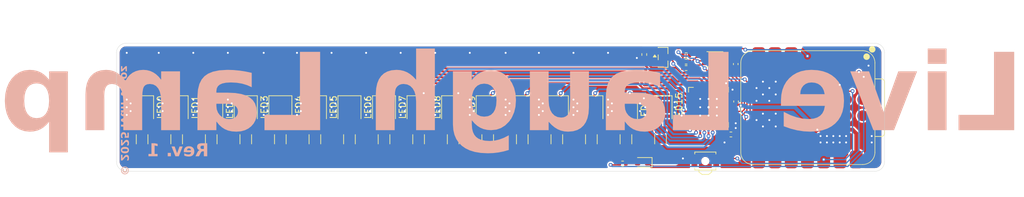
<source format=kicad_pcb>
(kicad_pcb (version 20241229) (generator "pcbnew") (generator_version "9.0")
  (title_block (title "Live Laugh Lamp PCBA") (date "2026-01-01") (rev "1") (company "Ivan Veloz"))
  (layers (0 "F.Cu" signal) (2 "B.Cu" signal) (13 "F.Paste" user) (15 "B.Paste" user) (5 "F.SilkS" user "F.Silkscreen") (7 "B.SilkS" user "B.Silkscreen") (1 "F.Mask" user) (3 "B.Mask" user) (25 "Edge.Cuts" user))
  (net 0 "")
  (net 1 "GND")
  (net 2 "+5V")
  (net 3 "+3.3V")
  (net 4 "/~{LED}")
  (net 5 "Net-(D1-A)")
  (net 6 "/SDA_5V")
  (net 7 "/SCL_5V")
  (net 8 "/SDA_3V3")
  (net 9 "/SCL_3V3")
  (net 10 "Net-(LED0-A)")
  (net 11 "/LED array/LED0")
  (net 12 "Net-(LED1-A)")
  (net 13 "/LED array/LED1")
  (net 14 "/LED array/LED2")
  (net 15 "Net-(LED2-A)")
  (net 16 "/LED array/LED3")
  (net 17 "Net-(LED3-A)")
  (net 18 "/LED array/LED4")
  (net 19 "Net-(LED4-A)")
  (net 20 "Net-(LED5-A)")
  (net 21 "/LED array/LED5")
  (net 22 "Net-(LED6-A)")
  (net 23 "/LED array/LED6")
  (net 24 "/LED array/LED7")
  (net 25 "Net-(LED7-A)")
  (net 26 "Net-(LED8-A)")
  (net 27 "/LED array/LED8")
  (net 28 "/LED array/LED9")
  (net 29 "Net-(LED9-A)")
  (net 30 "Net-(LED10-A)")
  (net 31 "/LED array/LED10")
  (net 32 "/LED array/LED11")
  (net 33 "Net-(LED11-A)")
  (net 34 "/LED array/LED12")
  (net 35 "Net-(LED12-A)")
  (net 36 "Net-(LED13-A)")
  (net 37 "/LED array/LED13")
  (net 38 "Net-(LED14-A)")
  (net 39 "/LED array/LED14")
  (net 40 "Net-(LED15-A)")
  (net 41 "/LED array/LED15")
  (net 42 "/~{OE_5V}")
  (net 43 "/OE_3V3")
  (net 44 "/~{PB}")
  (net 45 "Net-(U3-EN)")
  (footprint "Capacitor_SMD:C_0402_1005Metric" (layer "F.Cu") (at 196.8 109.1 -90)
    (property "Reference" "C1" (hide yes))
    (property "Value" "1µ")
  )
  (footprint "Resistor_SMD:R_0402_1005Metric" (layer "F.Cu") (at 179.075 118.8)
    (property "Reference" "R1" (hide yes))
    (property "Value" "1k82")
  )
  (footprint "Resistor_SMD:R_0402_1005Metric" (layer "F.Cu") (at 189 103.88)
    (property "Reference" "R17" (hide yes))
    (property "Value" "200k")
  )
  (footprint "LED_SMD:LED_Cree-XP-G" (layer "F.Cu") (at 152.6 110 -90)
    (property "Reference" "LED9")
    (property "Value" "LED")
  )
  (footprint "LED_SMD:LED_Cree-XP-G" (layer "F.Cu") (at 136.4 110 -90)
    (property "Reference" "LED6")
    (property "Value" "LED")
  )
  (footprint "LED_SMD:LED_Cree-XP-G" (layer "F.Cu") (at 109.4 110 -90)
    (property "Reference" "LED1")
    (property "Value" "LED")
  )
  (footprint "LED_SMD:LED_Cree-XP-G" (layer "F.Cu") (at 163.4 110 -90)
    (property "Reference" "LED11")
    (property "Value" "LED")
  )
  (footprint "LED_SMD:LED_Cree-XP-G" (layer "F.Cu") (at 179.6 110 -90)
    (property "Reference" "LED14")
    (property "Value" "LED")
  )
  (footprint "Package_SO:VSSOP-8_2.3x2mm_P0.5mm" (layer "F.Cu") (at 193.5 102.5 180)
    (property "Reference" "U3" (hide yes))
    (property "Value" "PCA9306D")
  )
  (footprint "Resistor_SMD:R_1206_3216Metric" (layer "F.Cu") (at 109.4 115 -90)
    (property "Reference" "RD1" (hide yes))
    (property "Value" "R_US")
  )
  (footprint "LibIvanVeloz:XIAO-ESP32C3-SMD" (layer "F.Cu") (at 208 110 -90)
    (property "Reference" "U1" (hide yes))
    (property "Value" "XIAO-ESP32-C3-SMD")
  )
  (footprint "Resistor_SMD:R_1206_3216Metric" (layer "F.Cu") (at 152.6 115 -90)
    (property "Reference" "RD9" (hide yes))
    (property "Value" "R_US")
  )
  (footprint "LED_SMD:LED_Cree-XP-G" (layer "F.Cu") (at 185 110 -90)
    (property "Reference" "LED15")
    (property "Value" "LED")
  )
  (footprint "LED_SMD:LED_Cree-XP-G" (layer "F.Cu") (at 114.8 110 -90)
    (property "Reference" "LED2")
    (property "Value" "LED")
  )
  (footprint "LED_SMD:LED_Cree-XP-G" (layer "F.Cu") (at 125.6 110 -90)
    (property "Reference" "LED4")
    (property "Value" "LED")
  )
  (footprint "Resistor_SMD:R_0402_1005Metric" (layer "F.Cu") (at 182.4625 101.76 -90)
    (property "Reference" "R21" (hide yes))
    (property "Value" "200k")
  )
  (footprint "Resistor_SMD:R_1206_3216Metric" (layer "F.Cu") (at 125.6 115 -90)
    (property "Reference" "RD4" (hide yes))
    (property "Value" "R_US")
  )
  (footprint "Resistor_SMD:R_0402_1005Metric" (layer "F.Cu") (at 196 114.25 180)
    (property "Reference" "R20" (hide yes))
    (property "Value" "200k")
  )
  (footprint "LED_SMD:LED_Cree-XP-G" (layer "F.Cu") (at 147.2 110 -90)
    (property "Reference" "LED8")
    (property "Value" "LED")
  )
  (footprint "LED_SMD:LED_Cree-XP-G" (layer "F.Cu") (at 104 110 -90)
    (property "Reference" "LED0")
    (property "Value" "LED")
  )
  (footprint "Package_DFN_QFN:QFN-28-1EP_6x6mm_P0.65mm_EP4.25x4.25mm" (layer "F.Cu") (at 192.5 110 -90)
    (property "Reference" "U2" (hide yes))
    (property "Value" "PCA9685BS")
  )
  (footprint "Resistor_SMD:R_1206_3216Metric" (layer "F.Cu") (at 185 115 -90)
    (property "Reference" "RD15" (hide yes))
    (property "Value" "R_US")
  )
  (footprint "LED_SMD:LED_0603_1608Metric" (layer "F.Cu") (at 182.2 118.6 180)
    (property "Reference" "D1" (hide yes))
    (property "Value" "LED")
  )
  (footprint "Resistor_SMD:R_0402_1005Metric" (layer "F.Cu") (at 189 101.88)
    (property "Reference" "R19" (hide yes))
    (property "Value" "1k82")
  )
  (footprint "Package_TO_SOT_SMD:SOT-23" (layer "F.Cu") (at 185.4 102.2)
    (property "Reference" "Q1" (hide yes))
    (property "Value" "BSS138")
  )
  (footprint "Resistor_SMD:R_1206_3216Metric" (layer "F.Cu") (at 163.4 115 -90)
    (property "Reference" "RD11" (hide yes))
    (property "Value" "R_US")
  )
  (footprint "Resistor_SMD:R_1206_3216Metric" (layer "F.Cu") (at 158 115 -90)
    (property "Reference" "RD10" (hide yes))
    (property "Value" "R_US")
  )
  (footprint "Resistor_SMD:R_0402_1005Metric" (layer "F.Cu") (at 189 102.88)
    (property "Reference" "R18" (hide yes))
    (property "Value" "1k82")
  )
  (footprint "Resistor_SMD:R_1206_3216Metric" (layer "F.Cu") (at 104 115 -90)
    (property "Reference" "RD0" (hide yes))
    (property "Value" "R_US")
  )
  (footprint "Resistor_SMD:R_1206_3216Metric" (layer "F.Cu") (at 179.6 115 -90)
    (property "Reference" "RD14" (hide yes))
    (property "Value" "R_US")
  )
  (footprint "LED_SMD:LED_Cree-XP-G" (layer "F.Cu") (at 120.2 110 -90)
    (property "Reference" "LED3")
    (property "Value" "LED")
  )
  (footprint "Resistor_SMD:R_1206_3216Metric" (layer "F.Cu") (at 147.2 115 -90)
    (property "Reference" "RD8" (hide yes))
    (property "Value" "R_US")
  )
  (footprint "Resistor_SMD:R_1206_3216Metric" (layer "F.Cu") (at 174.2 115 -90)
    (property "Reference" "RD13" (hide yes))
    (property "Value" "R_US")
  )
  (footprint "LED_SMD:LED_Cree-XP-G" (layer "F.Cu") (at 174.2 110 -90)
    (property "Reference" "LED13")
    (property "Value" "LED")
  )
  (footprint "Capacitor_SMD:C_0402_1005Metric" (layer "F.Cu") (at 196.75 103.25 90)
    (property "Reference" "C2" (hide yes))
    (property "Value" "1µ")
  )
  (footprint "Resistor_SMD:R_1206_3216Metric" (layer "F.Cu") (at 131 115 -90)
    (property "Reference" "RD5" (hide yes))
    (property "Value" "R_US")
  )
  (footprint "Button_Switch_SMD:SW_SPST_B3U-3000P-B" (layer "F.Cu") (at 192 118.4 180)
    (property "Reference" "SW1" (hide yes))
    (property "Value" "1437566-3")
  )
  (footprint "LED_SMD:LED_Cree-XP-G" (layer "F.Cu") (at 141.8 110 -90)
    (property "Reference" "LED7")
    (property "Value" "LED")
  )
  (footprint "LED_SMD:LED_Cree-XP-G" (layer "F.Cu") (at 158 110 -90)
    (property "Reference" "LED10")
    (property "Value" "LED")
  )
  (footprint "Resistor_SMD:R_1206_3216Metric" (layer "F.Cu") (at 168.8 115 -90)
    (property "Reference" "RD12" (hide yes))
    (property "Value" "R_US")
  )
  (footprint "Resistor_SMD:R_1206_3216Metric" (layer "F.Cu") (at 141.8 115 -90)
    (property "Reference" "RD7" (hide yes))
    (property "Value" "R_US")
  )
  (footprint "LED_SMD:LED_Cree-XP-G" (layer "F.Cu") (at 131 110 -90)
    (property "Reference" "LED5")
    (property "Value" "LED")
  )
  (footprint "Resistor_SMD:R_1206_3216Metric" (layer "F.Cu") (at 114.8 115 -90)
    (property "Reference" "RD2" (hide yes))
    (property "Value" "R_US")
  )
  (footprint "LED_SMD:LED_Cree-XP-G" (layer "F.Cu") (at 168.8 110 -90)
    (property "Reference" "LED12")
    (property "Value" "LED")
  )
  (footprint "Resistor_SMD:R_1206_3216Metric" (layer "F.Cu") (at 136.4 115 -90)
    (property "Reference" "RD6" (hide yes))
    (property "Value" "R_US")
  )
  (footprint "Resistor_SMD:R_1206_3216Metric" (layer "F.Cu") (at 120.2 115 -90)
    (property "Reference" "RD3" (hide yes))
    (property "Value" "R_US")
  )
  (gr_line (start 100 118.5) (end 100 101.5) (stroke (width 0.05)) (layer "Edge.Cuts"))
  (gr_arc (start 220 118.5) (mid 219.56066 119.56066) (end 218.5 120) (stroke (width 0.05)) (layer "Edge.Cuts"))
  (gr_arc (start 100 101.5) (mid 100.43934 100.43934) (end 101.5 100) (stroke (width 0.05)) (layer "Edge.Cuts"))
  (gr_arc (start 101.5 120) (mid 100.43934 119.56066) (end 100 118.5) (stroke (width 0.05)) (layer "Edge.Cuts"))
  (gr_arc (start 218.5 100) (mid 219.56066 100.43934) (end 220 101.5) (stroke (width 0.05)) (layer "Edge.Cuts"))
  (gr_line (start 218.5 120) (end 101.5 120) (stroke (width 0.05)) (layer "Edge.Cuts"))
  (gr_line (start 220 101.5) (end 220 118.5) (stroke (width 0.05)) (layer "Edge.Cuts"))
  (gr_line (start 101.5 100) (end 218.5 100) (stroke (width 0.05)) (layer "Edge.Cuts"))
  (gr_text "Live Laugh Lamp" (at 161.8 108.6 -0) (layer "B.SilkS") (effects (font (size 12 12) (thickness 0.3) (bold yes)) (justify mirror)))
  (gr_text "© 2025 Ivan Veloz" (at 100.5 103.5 270) (layer "B.SilkS") (effects (font (size 1.2 1.2) (thickness 0.25) (bold yes)) (justify right bottom mirror)))
  (gr_text "Rev. 1" (at 104.8 118 0) (layer "B.SilkS") (effects (font (size 2 2) (thickness 0.25) (bold yes)) (justify right bottom mirror)))
  (segment (start 182.7875 118.4) (end 183.5875 119.2) (width 0.2) (layer "F.Cu") (net 1))
  (segment (start 183.5875 119.2) (end 188.2 119.2) (width 0.2) (layer "F.Cu") (net 1))
  (segment (start 188.2 119.2) (end 188.5 118.9) (width 0.2) (layer "F.Cu") (net 1))
  (segment (start 188.5 118.9) (end 188.5 118) (width 0.2) (layer "F.Cu") (net 1))
  (segment (start 195.75 103.25) (end 196.23 103.73) (width 0.2) (layer "F.Cu") (net 1))
  (segment (start 194.9 103.25) (end 195.75 103.25) (width 0.2) (layer "F.Cu") (net 1))
  (segment (start 196.23 103.73) (end 196.75 103.73) (width 0.2) (layer "F.Cu") (net 1))
  (via (at 139 110) (size 0.6) (drill 0.3) (layers "F.Cu" "B.Cu") (net 1))
  (via (at 166 108.8) (size 0.6) (drill 0.3) (layers "F.Cu" "B.Cu") (net 1))
  (via (at 210 114.5) (size 0.6) (drill 0.3) (layers "F.Cu" "B.Cu") (net 1))
  (via (at 191.2 108.7) (size 0.6) (drill 0.3) (layers "F.Cu" "B.Cu") (net 1))
  (via (at 155.2 101.5) (size 0.6) (drill 0.3) (layers "F.Cu" "B.Cu") (net 1))
  (via (at 193.8 108.7) (size 0.6) (drill 0.3) (layers "F.Cu" "B.Cu") (net 1))
  (via (at 193.8 110) (size 0.6) (drill 0.3) (layers "F.Cu" "B.Cu") (net 1))
  (via (at 196.75 112.5) (size 0.6) (drill 0.3) (layers "F.Cu" "B.Cu") (net 1))
  (via (at 171.4 108.8) (size 0.6) (drill 0.3) (layers "F.Cu" "B.Cu") (net 1))
  (via (at 201 111) (size 0.6) (drill 0.3) (layers "F.Cu" "B.Cu") (net 1))
  (via (at 188.5 118) (size 0.6) (drill 0.3) (layers "F.Cu" "B.Cu") (net 1))
  (via (at 161.4 109.4) (size 0.6) (drill 0.3) (layers "F.Cu" "B.Cu") (net 1))
  (via (at 218 115.5) (size 0.6) (drill 0.3) (layers "F.Cu" "B.Cu") (net 1))
  (via (at 160.8 110) (size 0.6) (drill 0.3) (layers "F.Cu" "B.Cu") (net 1))
  (via (at 144.4 108.8) (size 0.6) (drill 0.3) (layers "F.Cu" "B.Cu") (net 1))
  (via (at 123 101.5) (size 0.6) (drill 0.3) (layers "F.Cu" "B.Cu") (net 1))
  (via (at 191.2 110) (size 0.6) (drill 0.3) (layers "F.Cu" "B.Cu") (net 1))
  (via (at 101.6 111.2) (size 0.6) (drill 0.3) (layers "F.Cu" "B.Cu") (net 1))
  (via (at 134.2 109.4) (size 0.6) (drill 0.3) (layers "F.Cu" "B.Cu") (net 1))
  (via (at 211 114.5) (size 0.6) (drill 0.3) (layers "F.Cu" "B.Cu") (net 1))
  (via (at 134.2 110.6) (size 0.6) (drill 0.3) (layers "F.Cu" "B.Cu") (net 1))
  (via (at 171.4 111.2) (size 0.6) (drill 0.3) (layers "F.Cu" "B.Cu") (net 1))
  (via (at 211 115.5) (size 0.6) (drill 0.3) (layers "F.Cu" "B.Cu") (net 1))
  (via (at 118 109.4) (size 0.6) (drill 0.3) (layers "F.Cu" "B.Cu") (net 1))
  (via (at 201 108) (size 0.6) (drill 0.3) (layers "F.Cu" "B.Cu") (net 1))
  (via (at 202 109) (size 0.6) (drill 0.3) (layers "F.Cu" "B.Cu") (net 1))
  (via (at 149.8 110) (size 0.6) (drill 0.3) (layers "F.Cu" "B.Cu") (net 1))
  (via (at 101.6 101.5) (size 0.6) (drill 0.3) (layers "F.Cu" "B.Cu") (net 1))
  (via (at 200 109) (size 0.6) (drill 0.3) (layers "F.Cu" "B.Cu") (net 1))
  (via (at 176.8 110) (size 0.6) (drill 0.3) (layers "F.Cu" "B.Cu") (net 1))
  (via (at 181.8 110.6) (size 0.6) (drill 0.3) (layers "F.Cu" "B.Cu") (net 1))
  (via (at 182.6 111.2) (size 0.6) (drill 0.3) (layers "F.Cu" "B.Cu") (net 1))
  (via (at 200 107) (size 0.6) (drill 0.3) (layers "F.Cu" "B.Cu") (net 1))
  (via (at 150.4 109.4) (size 0.6) (drill 0.3) (layers "F.Cu" "B.Cu") (net 1))
  (via (at 196.25 107.25) (size 0.6) (drill 0.3) (layers "F.Cu" "B.Cu") (net 1))
  (via (at 166 111.2) (size 0.6) (drill 0.3) (layers "F.Cu" "B.Cu") (net 1))
  (via (at 192.5 110) (size 0.6) (drill 0.3) (layers "F.Cu" "B.Cu") (net 1))
  (via (at 112 101.5) (size 0.6) (drill 0.3) (layers "F.Cu" "B.Cu") (net 1))
  (via (at 145 109.4) (size 0.6) (drill 0.3) (layers "F.Cu" "B.Cu") (net 1))
  (via (at 200 112) (size 0.6) (drill 0.3) (layers "F.Cu" "B.Cu") (net 1))
  (via (at 123.6 110.6) (size 0.6) (drill 0.3) (layers "F.Cu" "B.Cu") (net 1))
  (via (at 102.2 110.6) (size 0.6) (drill 0.3) (layers "F.Cu" "B.Cu") (net 1))
  (via (at 139 101.5) (size 0.6) (drill 0.3) (layers "F.Cu" "B.Cu") (net 1))
  (via (at 176.8 108.8) (size 0.6) (drill 0.3) (layers "F.Cu" "B.Cu") (net 1))
  (via (at 117.4 111.2) (size 0.6) (drill 0.3) (layers "F.Cu" "B.Cu") (net 1))
  (via (at 203 106) (size 0.6) (drill 0.3) (layers "F.Cu" "B.Cu") (net 1))
  (via (at 155.2 110) (size 0.6) (drill 0.3) (layers "F.Cu" "B.Cu") (net 1))
  (via (at 128.2 108.8) (size 0.6) (drill 0.3) (layers "F.Cu" "B.Cu") (net 1))
  (via (at 149.8 108.8) (size 0.6) (drill 0.3) (layers "F.Cu" "B.Cu") (net 1))
  (via (at 123.6 109.4) (size 0.6) (drill 0.3) (layers "F.Cu" "B.Cu") (net 1))
  (via (at 106.6 101.5) (size 0.6) (drill 0.3) (layers "F.Cu" "B.Cu") (net 1))
  (via (at 217.5 103.5) (size 0.6) (drill 0.3) (layers "F.Cu" "B.Cu") (net 1))
  (via (at 133.6 111.2) (size 0.6) (drill 0.3) (layers "F.Cu" "B.Cu") (net 1))
  (via (at 166.6 109.4) (size 0.6) (drill 0.3) (layers "F.Cu" "B.Cu") (net 1))
  (via (at 139.6 110.6) (size 0.6) (drill 0.3) (layers "F.Cu" "B.Cu") (net 1))
  (via (at 171.4 101.5) (size 0.6) (drill 0.3) (layers "F.Cu" "B.Cu") (net 1))
  (via (at 191.2 111.3) (size 0.6) (drill 0.3) (layers "F.Cu" "B.Cu") (net 1))
  (via (at 201 106) (size 0.6) (drill 0.3) (layers "F.Cu" "B.Cu") (net 1))
  (via (at 187.2 109.2) (size 0.6) (drill 0.3) (layers "F.Cu" "B.Cu") (net 1))
  (via (at 106.6 111.2) (size 0.6) (drill 0.3) (layers "F.Cu" "B.Cu") (net 1))
  (via (at 128.2 111.2) (size 0.6) (drill 0.3) (layers "F.Cu" "B.Cu") (net 1))
  (via (at 203 113) (size 0.6) (drill 0.3) (layers "F.Cu" "B.Cu") (net 1))
  (via (at 112 108.8) (size 0.6) (drill 0.3) (layers "F.Cu" "B.Cu") (net 1))
  (via (at 181.3 102.3) (size 0.6) (drill 0.3) (layers "F.Cu" "B.Cu") (net 1))
  (via (at 161.4 110.6) (size 0.6) (drill 0.3) (layers "F.Cu" "B.Cu") (net 1))
  (via (at 214 115.5) (size 0.6) (drill 0.3) (layers "F.Cu" "B.Cu") (net 1))
  (via (at 195 115.5) (size 0.6) (drill 0.3) (layers "F.Cu" "B.Cu") (net 1))
  (via (at 196.75 113.25) (size 0.6) (drill 0.3) (layers "F.Cu" "B.Cu") (net 1))
  (via (at 193.8 111.3) (size 0.6) (drill 0.3) (layers "F.Cu" "B.Cu") (net 1))
  (via (at 139 111.2) (size 0.6) (drill 0.3) (layers "F.Cu" "B.Cu") (net 1))
  (via (at 117.4 110) (size 0.6) (drill 0.3) (layers "F.Cu" "B.Cu") (net 1))
  (via (at 201 113) (size 0.6) (drill 0.3) (layers "F.Cu" "B.Cu") (net 1))
  (via (at 176.8 101.5) (size 0.6) (drill 0.3) (layers "F.Cu" "B.Cu") (net 1))
  (via (at 192.5 110) (size 0.6) (drill 0.3) (layers "F.Cu" "B.Cu") (net 1))
  (via (at 149.8 111.2) (size 0.6) (drill 0.3) (layers "F.Cu" "B.Cu") (net 1))
  (via (at 218 114.5) (size 0.6) (drill 0.3) (layers "F.Cu" "B.Cu") (net 1))
  (via (at 102.2 109.4) (size 0.6) (drill 0.3) (layers "F.Cu" "B.Cu") (net 1))
  (via (at 213 115.5) (size 0.6) (drill 0.3) (layers "F.Cu" "B.Cu") (net 1))
  (via (at 203 108) (size 0.6) (drill 0.3) (layers "F.Cu" "B.Cu") (net 1))
  (via (at 182.6 110) (size 0.6) (drill 0.3) (layers "F.Cu" "B.Cu") (net 1))
  (via (at 214 114.5) (size 0.6) (drill 0.3) (layers "F.Cu" "B.Cu") (net 1))
  (via (at 202 107) (size 0.6) (drill 0.3) (layers "F.Cu" "B.Cu") (net 1))
  (via (at 149.8 101.5) (size 0.6) (drill 0.3) (layers "F.Cu" "B.Cu") (net 1))
  (via (at 212 114.5) (size 0.6) (drill 0.3) (layers "F.Cu" "B.Cu") (net 1))
  (via (at 177.4 110.6) (size 0.6) (drill 0.3) (layers "F.Cu" "B.Cu") (net 1))
  (via (at 123 110) (size 0.6) (drill 0.3) (layers "F.Cu" "B.Cu") (net 1))
  (via (at 128.8 110.6) (size 0.6) (drill 0.3) (layers "F.Cu" "B.Cu") (net 1))
  (via (at 202 112) (size 0.6) (drill 0.3) (layers "F.Cu" "B.Cu") (net 1))
  (via (at 172 109.4) (size 0.6) (drill 0.3) (layers "F.Cu" "B.Cu") (net 1))
  (via (at 139.6 109.4) (size 0.6) (drill 0.3) (layers "F.Cu" "B.Cu") (net 1))
  (via (at 166 110) (size 0.6) (drill 0.3) (layers "F.Cu" "B.Cu") (net 1))
  (via (at 112.6 110.6) (size 0.6) (drill 0.3) (layers "F.Cu" "B.Cu") (net 1))
  (via (at 212 115.5) (size 0.6) (drill 0.3) (layers "F.Cu" "B.Cu") (net 1))
  (via (at 187.2 110.8) (size 0.6) (drill 0.3) (layers "F.Cu" "B.Cu") (net 1))
  (via (at 176.8 111.2) (size 0.6) (drill 0.3) (layers "F.Cu" "B.Cu") (net 1))
  (via (at 133.6 101.5) (size 0.6) (drill 0.3) (layers "F.Cu" "B.Cu") (net 1))
  (via (at 144.4 111.2) (size 0.6) (drill 0.3) (layers "F.Cu" "B.Cu") (net 1))
  (via (at 139 108.8) (size 0.6) (drill 0.3) (layers "F.Cu" "B.Cu") (net 1))
  (via (at 187.2 110) (size 0.6) (drill 0.3) (layers "F.Cu" "B.Cu") (net 1))
  (via (at 166 101.5) (size 0.6) (drill 0.3) (layers "F.Cu" "B.Cu") (net 1))
  (via (at 112.6 109.4) (size 0.6) (drill 0.3) (layers "F.Cu" "B.Cu") (net 1))
  (via (at 128.2 101.5) (size 0.6) (drill 0.3) (layers "F.Cu" "B.Cu") (net 1))
  (via (at 192.5 110) (size 0.6) (drill 0.3) (layers "F.Cu" "B.Cu") (net 1))
  (via (at 192.5 111.3) (size 0.6) (drill 0.3) (layers "F.Cu" "B.Cu") (net 1))
  (via (at 213 106.5) (size 0.6) (drill 0.3) (layers "F.Cu" "B.Cu") (net 1))
  (via (at 101.6 110) (size 0.6) (drill 0.3) (layers "F.Cu" "B.Cu") (net 1))
  (via (at 160.8 101.5) (size 0.6) (drill 0.3) (layers "F.Cu" "B.Cu") (net 1))
  (via (at 155.2 111.2) (size 0.6) (drill 0.3) (layers "F.Cu" "B.Cu") (net 1))
  (via (at 160.8 111.2) (size 0.6) (drill 0.3) (layers "F.Cu" "B.Cu") (net 1))
  (via (at 107.2 110.6) (size 0.6) (drill 0.3) (layers "F.Cu" "B.Cu") (net 1))
  (via (at 195.25 106.25) (size 0.6) (drill 0.3) (layers "F.Cu" "B.Cu") (net 1))
  (via (at 144.4 101.5) (size 0.6) (drill 0.3) (layers "F.Cu" "B.Cu") (net 1))
  (via (at 192.5 108.7) (size 0.6) (drill 0.3) (layers "F.Cu" "B.Cu") (net 1))
  (via (at 133.6 110) (size 0.6) (drill 0.3) (layers "F.Cu" "B.Cu") (net 1))
  (via (at 117.4 108.8) (size 0.6) (drill 0.3) (layers "F.Cu" "B.Cu") (net 1))
  (via (at 166.6 110.6) (size 0.6) (drill 0.3) (layers "F.Cu" "B.Cu") (net 1))
  (via (at 128.2 110) (size 0.6) (drill 0.3) (layers "F.Cu" "B.Cu") (net 1))
  (via (at 107.2 109.4) (size 0.6) (drill 0.3) (layers "F.Cu" "B.Cu") (net 1))
  (via (at 117.4 101.5) (size 0.6) (drill 0.3) (layers "F.Cu" "B.Cu") (net 1))
  (via (at 210 115.5) (size 0.6) (drill 0.3) (layers "F.Cu" "B.Cu") (net 1))
  (via (at 123 111.2) (size 0.6) (drill 0.3) (layers "F.Cu" "B.Cu") (net 1))
  (via (at 144.4 110) (size 0.6) (drill 0.3) (layers "F.Cu" "B.Cu") (net 1))
  (via (at 181.8 109.4) (size 0.6) (drill 0.3) (layers "F.Cu" "B.Cu") (net 1))
  (via (at 160.8 108.8) (size 0.6) (drill 0.3) (layers "F.Cu" "B.Cu") (net 1))
  (via (at 145 110.6) (size 0.6) (drill 0.3) (layers "F.Cu" "B.Cu") (net 1))
  (via (at 106.6 108.8) (size 0.6) (drill 0.3) (layers "F.Cu" "B.Cu") (net 1))
  (via (at 171.4 110) (size 0.6) (drill 0.3) (layers "F.Cu" "B.Cu") (net 1))
  (via (at 150.4 110.6) (size 0.6) (drill 0.3) (layers "F.Cu" "B.Cu") (net 1))
  (via (at 112 110) (size 0.6) (drill 0.3) (layers "F.Cu" "B.Cu") (net 1))
  (via (at 213 114.5) (size 0.6) (drill 0.3) (layers "F.Cu" "B.Cu") (net 1))
  (via (at 155.2 108.8) (size 0.6) (drill 0.3) (layers "F.Cu" "B.Cu") (net 1))
  (via (at 177.4 109.4) (size 0.6) (drill 0.3) (layers "F.Cu" "B.Cu") (net 1))
  (via (at 203 111) (size 0.6) (drill 0.3) (layers "F.Cu" "B.Cu") (net 1))
  (via (at 155.8 110.6) (size 0.6) (drill 0.3) (layers "F.Cu" "B.Cu") (net 1))
  (via (at 106.6 110) (size 0.6) (drill 0.3) (layers "F.Cu" "B.Cu") (net 1))
  (via (at 133.6 108.8) (size 0.6) (drill 0.3) (layers "F.Cu" "B.Cu") (net 1))
  (via (at 172 110.6) (size 0.6) (drill 0.3) (layers "F.Cu" "B.Cu") (net 1))
  (via (at 101.6 108.8) (size 0.6) (drill 0.3) (layers "F.Cu" "B.Cu") (net 1))
  (via (at 192.5 110) (size 0.6) (drill 0.3) (layers "F.Cu" "B.Cu") (net 1))
  (via (at 118 110.6) (size 0.6) (drill 0.3) (layers "F.Cu" "B.Cu") (net 1))
  (via (at 112 111.2) (size 0.6) (drill 0.3) (layers "F.Cu" "B.Cu") (net 1))
  (via (at 155.8 109.4) (size 0.6) (drill 0.3) (layers "F.Cu" "B.Cu") (net 1))
  (via (at 128.8 109.4) (size 0.6) (drill 0.3) (layers "F.Cu" "B.Cu") (net 1))
  (via (at 123 108.8) (size 0.6) (drill 0.3) (layers "F.Cu" "B.Cu") (net 1))
  (via (at 192.5 110) (size 0.6) (drill 0.3) (layers "F.Cu" "B.Cu") (net 1))
  (segment (start 192.1 102.75) (end 190.85 102.75) (width 0.2) (layer "F.Cu") (net 2))
  (segment (start 187.8 101.4) (end 188.28 101.88) (width 0.2) (layer "F.Cu") (net 2))
  (segment (start 195.3375 110) (end 196.38 110) (width 0.3) (layer "F.Cu") (net 2))
  (segment (start 197.539 109.711) (end 197.698 109.552) (width 0.2) (layer "F.Cu") (net 2))
  (segment (start 190.85 102.75) (end 190.8 102.8) (width 0.2) (layer "F.Cu") (net 2))
  (segment (start 196.38 110) (end 196.8 109.58) (width 0.3) (layer "F.Cu") (net 2))
  (segment (start 197.698 109.552) (end 197.698 107.448) (width 0.2) (layer "F.Cu") (net 2))
  (segment (start 209.5 113.5) (end 207.2 115.8) (width 0.6) (layer "F.Cu") (net 2))
  (segment (start 199.3 115.8) (end 198.6375 116.4625) (width 0.6) (layer "F.Cu") (net 2))
  (segment (start 198.25 111.65) (end 198.25 113.25) (width 0.2) (layer "F.Cu") (net 2))
  (segment (start 207.2 115.8) (end 199.3 115.8) (width 0.6) (layer "F.Cu") (net 2))
  (segment (start 209.5 113.5) (end 215 113.5) (width 0.6) (layer "F.Cu") (net 2))
  (segment (start 192.6 104.6) (end 191.9 103.9) (width 0.2) (layer "F.Cu") (net 2))
  (segment (start 198.25 113.25) (end 197.25 114.25) (width 0.2) (layer "F.Cu") (net 2))
  (segment (start 198.6375 116.4625) (end 185 116.4625) (width 0.6) (layer "F.Cu") (net 2))
  (segment (start 215 113.5) (end 215.58 114.08) (width 0.6) (layer "F.Cu") (net 2))
  (segment (start 197.539 109.75147) (end 197.539 109.711) (width 0.2) (layer "F.Cu") (net 2))
  (segment (start 198.4 111.5) (end 198.25 111.65) (width 0.2) (layer "F.Cu") (net 2))
  (segment (start 194.85 104.6) (end 192.6 104.6) (width 0.2) (layer "F.Cu") (net 2))
  (segment (start 188.49 101.88) (end 188.49 103.88) (width 0.2) (layer "F.Cu") (net 2))
  (segment (start 197.36753 109.58) (end 197.539 109.75147) (width 0.3) (layer "F.Cu") (net 2))
  (segment (start 196.8 109.58) (end 197.36753 109.58) (width 0.3) (layer "F.Cu") (net 2))
  (segment (start 197.25 114.25) (end 196.51 114.25) (width 0.2) (layer "F.Cu") (net 2))
  (segment (start 215.58 114.08) (end 215.58 118.165) (width 0.6) (layer "F.Cu") (net 2))
  (segment (start 188.28 101.88) (end 188.49 101.88) (width 0.2) (layer "F.Cu") (net 2))
  (segment (start 197.698 107.448) (end 194.85 104.6) (width 0.2) (layer "F.Cu") (net 2))
  (via (at 190.8 102.8) (size 0.6) (drill 0.3) (layers "F.Cu" "B.Cu") (net 2))
  (via (at 209.5 113.5) (size 0.6) (drill 0.3) (layers "F.Cu" "B.Cu") (net 2))
  (via (at 197.539 109.75147) (size 0.6) (drill 0.3) (layers "F.Cu" "B.Cu") (net 2))
  (via (at 191.9 103.9) (size 0.6) (drill 0.3) (layers "F.Cu" "B.Cu") (net 2))
  (via (at 198.4 111.5) (size 0.6) (drill 0.3) (layers "F.Cu" "B.Cu") (net 2))
  (via (at 187.8 101.4) (size 0.6) (drill 0.3) (layers "F.Cu" "B.Cu") (net 2))
  (segment (start 188.4 102) (end 189.25 102) (width 0.2) (layer "B.Cu") (net 2))
  (segment (start 197.5 109.79047) (end 197.539 109.75147) (width 0.2) (layer "B.Cu") (net 2))
  (segment (start 190.35 102.35) (end 190.8 102.8) (width 0.2) (layer "B.Cu") (net 2))
  (segment (start 189.6 102.35) (end 190.35 102.35) (width 0.2) (layer "B.Cu") (net 2))
  (segment (start 206 110) (end 198.4 110) (width 0.6) (layer "B.Cu") (net 2))
  (segment (start 197.5 110.6) (end 197.5 109.79047) (width 0.2) (layer "B.Cu") (net 2))
  (segment (start 191.9 103.9) (end 190.8 102.8) (width 0.2) (layer "B.Cu") (net 2))
  (segment (start 198.4 111.5) (end 197.5 110.6) (width 0.2) (layer "B.Cu") (net 2))
  (segment (start 198.15147 109.75147) (end 197.539 109.75147) (width 0.6) (layer "B.Cu") (net 2))
  (segment (start 209.5 113.5) (end 206 110) (width 0.6) (layer "B.Cu") (net 2))
  (segment (start 187.8 101.4) (end 188.4 102) (width 0.2) (layer "B.Cu") (net 2))
  (segment (start 189.25 102) (end 189.6 102.35) (width 0.2) (layer "B.Cu") (net 2))
  (segment (start 198.4 110) (end 198.15147 109.75147) (width 0.6) (layer "B.Cu") (net 2))
  (segment (start 204.03355 105.03355) (end 199.46645 105.03355) (width 0.2) (layer "F.Cu") (net 3))
  (segment (start 214.970803 107.5) (end 206.5 107.5) (width 0.2) (layer "F.Cu") (net 3))
  (segment (start 206.5 107.5) (end 204.03355 105.03355) (width 0.2) (layer "F.Cu") (net 3))
  (segment (start 199.46645 105.03355) (end 197.2029 102.77) (width 0.2) (layer "F.Cu") (net 3))
  (segment (start 197.2029 102.77) (end 196.75 102.77) (width 0.2) (layer "F.Cu") (net 3))
  (segment (start 215 107.470803) (end 214.970803 107.5) (width 0.2) (layer "F.Cu") (net 3))
  (segment (start 196.73 102.75) (end 196.75 102.77) (width 0.2) (layer "F.Cu") (net 3))
  (segment (start 194.9 102.75) (end 196.73 102.75) (width 0.2) (layer "F.Cu") (net 3))
  (via (at 210.5 118.165) (size 0.6) (drill 0.3) (layers "F.Cu" "B.Cu") (net 3))
  (via (at 215 107.470803) (size 0.6) (drill 0.3) (layers "F.Cu" "B.Cu") (net 3))
  (segment (start 213.835 118.165) (end 215 117) (width 0.2) (layer "B.Cu") (net 3))
  (segment (start 215 117) (end 215 107.470803) (width 0.2) (layer "B.Cu") (net 3))
  (segment (start 210.5 118.165) (end 213.835 118.165) (width 0.2) (layer "B.Cu") (net 3))
  (segment (start 210.5 102) (end 210.5 103) (width 0.2) (layer "F.Cu") (net 4))
  (segment (start 212.75 105.25) (end 216.75 105.25) (width 0.2) (layer "F.Cu") (net 4))
  (segment (start 210.5 103) (end 212.75 105.25) (width 0.2) (layer "F.Cu") (net 4))
  (segment (start 178.365 119) (end 178.565 118.8) (width 0.2) (layer "F.Cu") (net 4))
  (segment (start 177.2 119) (end 178.365 119) (width 0.2) (layer "F.Cu") (net 4))
  (via (at 177.2 119) (size 0.6) (drill 0.3) (layers "F.Cu" "B.Cu") (net 4))
  (via (at 216.75 105.25) (size 0.6) (drill 0.3) (layers "F.Cu" "B.Cu") (net 4))
  (segment (start 177.2 119) (end 177.45 119.25) (width 0.2) (layer "B.Cu") (net 4))
  (segment (start 177.45 119.25) (end 214.25 119.25) (width 0.2) (layer "B.Cu") (net 4))
  (segment (start 216.75 116.75) (end 216.75 105.25) (width 0.2) (layer "B.Cu") (net 4))
  (segment (start 214.25 119.25) (end 216.75 116.75) (width 0.2) (layer "B.Cu") (net 4))
  (segment (start 179.585 118.8) (end 181.2125 118.8) (width 0.2) (layer "F.Cu") (net 5))
  (segment (start 181.2125 118.8) (end 181.4125 118.6) (width 0.2) (layer "F.Cu") (net 5))
  (segment (start 193.026 101.999152) (end 192.776848 101.75) (width 0.2) (layer "F.Cu") (net 6))
  (segment (start 193.026 103.4431) (end 193.026 101.999152) (width 0.2) (layer "F.Cu") (net 6))
  (segment (start 189.64 101.75) (end 189.51 101.88) (width 0.2) (layer "F.Cu") (net 6))
  (segment (start 197.7829 110.65) (end 198.099 110.3339) (width 0.2) (layer "F.Cu") (net 6))
  (segment (start 193.7339 104.151) (end 193.026 103.4431) (width 0.2) (layer "F.Cu") (net 6))
  (segment (start 195.3375 110.65) (end 197.7829 110.65) (width 0.2) (layer "F.Cu") (net 6))
  (segment (start 195.0839 104.151) (end 193.7339 104.151) (width 0.2) (layer "F.Cu") (net 6))
  (segment (start 198.099 110.3339) (end 198.099 107.1661) (width 0.2) (layer "F.Cu") (net 6))
  (segment (start 192.1 101.75) (end 189.64 101.75) (width 0.2) (layer "F.Cu") (net 6))
  (segment (start 192.776848 101.75) (end 192.1 101.75) (width 0.2) (layer "F.Cu") (net 6))
  (segment (start 198.099 107.1661) (end 195.0839 104.151) (width 0.2) (layer "F.Cu") (net 6))
  (segment (start 189.14 102.88) (end 189.021 102.761) (width 0.2) (layer "F.Cu") (net 7))
  (segment (start 191.048943 102.199) (end 190.551057 102.199) (width 0.2) (layer "F.Cu") (net 7))
  (segment (start 189.326 101.274) (end 192.867948 101.274) (width 0.2) (layer "F.Cu") (net 7))
  (segment (start 190.551057 102.199) (end 189.870057 102.88) (width 0.2) (layer "F.Cu") (net 7))
  (segment (start 189.870057 102.88) (end 189.51 102.88) (width 0.2) (layer "F.Cu") (net 7))
  (segment (start 193.95 103.75) (end 195.25 103.75) (width 0.2) (layer "F.Cu") (net 7))
  (segment (start 189.51 102.88) (end 189.14 102.88) (width 0.2) (layer "F.Cu") (net 7))
  (segment (start 193.573 103.373) (end 193.95 103.75) (width 0.2) (layer "F.Cu") (net 7))
  (segment (start 189 101.6) (end 189 102.74) (width 0.16) (layer "F.Cu") (net 7))
  (segment (start 198.5 110.5) (end 197.7 111.3) (width 0.2) (layer "F.Cu") (net 7))
  (segment (start 197.7 111.3) (end 195.3375 111.3) (width 0.2) (layer "F.Cu") (net 7))
  (segment (start 193.573 101.979052) (end 193.573 103.373) (width 0.2) (layer "F.Cu") (net 7))
  (segment (start 192.867948 101.274) (end 193.573 101.979052) (width 0.2) (layer "F.Cu") (net 7))
  (segment (start 195.25 103.75) (end 198.5 107) (width 0.2) (layer "F.Cu") (net 7))
  (segment (start 192.1 102.25) (end 191.099943 102.25) (width 0.2) (layer "F.Cu") (net 7))
  (segment (start 198.5 107) (end 198.5 110.5) (width 0.2) (layer "F.Cu") (net 7))
  (segment (start 191.099943 102.25) (end 191.048943 102.199) (width 0.2) (layer "F.Cu") (net 7))
  (segment (start 189 101.6) (end 189.326 101.274) (width 0.2) (layer "F.Cu") (net 7))
  (segment (start 199.5 104.5) (end 204 104.5) (width 0.2) (layer "F.Cu") (net 8))
  (segment (start 196.75 101.75) (end 199.5 104.5) (width 0.2) (layer "F.Cu") (net 8))
  (segment (start 205.42 103.08) (end 205.42 102) (width 0.2) (layer "F.Cu") (net 8))
  (segment (start 204 104.5) (end 205.42 103.08) (width 0.2) (layer "F.Cu") (net 8))
  (segment (start 194.9 101.75) (end 196.75 101.75) (width 0.2) (layer "F.Cu") (net 8))
  (segment (start 194.199152 102.226) (end 193.974 102.000848) (width 0.2) (layer "F.Cu") (net 9))
  (segment (start 194.726 102.226) (end 194.199152 102.226) (width 0.2) (layer "F.Cu") (net 9))
  (segment (start 201.5 104) (end 202.88 102.62) (width 0.2) (layer "F.Cu") (net 9))
  (segment (start 199.75 104) (end 201.5 104) (width 0.2) (layer "F.Cu") (net 9))
  (segment (start 193.974 102.000848) (end 193.974 101.499152) (width 0.2) (layer "F.Cu") (net 9))
  (segment (start 202.88 102.62) (end 202.88 102) (width 0.2) (layer "F.Cu") (net 9))
  (segment (start 194.199152 101.274) (end 197.024 101.274) (width 0.2) (layer "F.Cu") (net 9))
  (segment (start 194.75 102.25) (end 194.726 102.226) (width 0.2) (layer "F.Cu") (net 9))
  (segment (start 194.9 102.25) (end 194.75 102.25) (width 0.2) (layer "F.Cu") (net 9))
  (segment (start 197.024 101.274) (end 199.75 104) (width 0.2) (layer "F.Cu") (net 9))
  (segment (start 193.974 101.499152) (end 194.199152 101.274) (width 0.2) (layer "F.Cu") (net 9))
  (segment (start 104 111.4) (end 104 113.5375) (width 0.5) (layer "F.Cu") (net 10))
  (segment (start 193.15 105.95) (end 191.8 104.6) (width 0.3) (layer "F.Cu") (net 11))
  (segment (start 109.6 103) (end 104 108.6) (width 0.3) (layer "F.Cu") (net 11))
  (segment (start 187.4 103.8) (end 187.389 103.811) (width 0.3) (layer "F.Cu") (net 11))
  (segment (start 182.789 103) (end 109.6 103) (width 0.3) (layer "F.Cu") (net 11))
  (segment (start 191.8 104.6) (end 188.2 104.6) (width 0.3) (layer "F.Cu") (net 11))
  (segment (start 188.2 104.6) (end 187.4 103.8) (width 0.3) (layer "F.Cu") (net 11))
  (segment (start 183.6 103.811) (end 182.789 103) (width 0.3) (layer "F.Cu") (net 11))
  (segment (start 187.389 103.811) (end 183.6 103.811) (width 0.3) (layer "F.Cu") (net 11))
  (segment (start 193.15 107.1625) (end 193.15 105.95) (width 0.3) (layer "F.Cu") (net 11))
  (segment (start 109.4 113.5375) (end 109.4 111.4) (width 0.5) (layer "F.Cu") (net 12))
  (segment (start 191.461 105.061) (end 188.009047 105.060999) (width 0.3) (layer "F.Cu") (net 13))
  (segment (start 183.409047 104.271999) (end 182.598048 103.461) (width 0.3) (layer "F.Cu") (net 13))
  (segment (start 187.220048 104.272) (end 183.409047 104.271999) (width 0.3) (layer "F.Cu") (net 13))
  (segment (start 192.5 106.1) (end 191.461 105.061) (width 0.3) (layer "F.Cu") (net 13))
  (segment (start 182.598048 103.461) (end 114.539 103.461) (width 0.3) (layer "F.Cu") (net 13))
  (segment (start 114.539 103.461) (end 109.4 108.6) (width 0.3) (layer "F.Cu") (net 13))
  (segment (start 188.009047 105.060999) (end 187.220048 104.272) (width 0.3) (layer "F.Cu") (net 13))
  (segment (start 192.5 107.1625) (end 192.5 106.1) (width 0.3) (layer "F.Cu") (net 13))
  (segment (start 183.218094 104.732998) (end 182.407096 103.922) (width 0.3) (layer "F.Cu") (net 14))
  (segment (start 191.85 107.1625) (end 191.85 106.25) (width 0.3) (layer "F.Cu") (net 14))
  (segment (start 191.85 106.25) (end 191.122 105.522) (width 0.3) (layer "F.Cu") (net 14))
  (segment (start 119.478 103.922) (end 114.8 108.6) (width 0.3) (layer "F.Cu") (net 14))
  (segment (start 187.029096 104.733) (end 183.218094 104.732998) (width 0.3) (layer "F.Cu") (net 14))
  (segment (start 182.407096 103.922) (end 119.478 103.922) (width 0.3) (layer "F.Cu") (net 14))
  (segment (start 187.818094 105.521998) (end 187.029096 104.733) (width 0.3) (layer "F.Cu") (net 14))
  (segment (start 191.122 105.522) (end 187.818094 105.521998) (width 0.3) (layer "F.Cu") (net 14))
  (segment (start 114.8 111.4) (end 114.8 113.5375) (width 0.5) (layer "F.Cu") (net 15))
  (segment (start 186.838144 105.194) (end 183.027141 105.193997) (width 0.3) (layer "F.Cu") (net 16))
  (segment (start 191.2 106.4) (end 190.783 105.983) (width 0.3) (layer "F.Cu") (net 16))
  (segment (start 183.027141 105.193997) (end 182.233144 104.4) (width 0.3) (layer "F.Cu") (net 16))
  (segment (start 124.4 104.4) (end 120.2 108.6) (width 0.3) (layer "F.Cu") (net 16))
  (segment (start 182.233144 104.4) (end 124.4 104.4) (width 0.3) (layer "F.Cu") (net 16))
  (segment (start 187.783 105.983) (end 187.782998 105.982998) (width 0.3) (layer "F.Cu") (net 16))
  (segment (start 187.627141 105.982997) (end 186.838144 105.194) (width 0.3) (layer "F.Cu") (net 16))
  (segment (start 187.782998 105.982998) (end 187.627141 105.982997) (width 0.3) (layer "F.Cu") (net 16))
  (segment (start 190.783 105.983) (end 187.783 105.983) (width 0.3) (layer "F.Cu") (net 16))
  (segment (start 191.2 107.1625) (end 191.2 106.4) (width 0.3) (layer "F.Cu") (net 16))
  (segment (start 120.2 113.5375) (end 120.2 111.4) (width 0.5) (layer "F.Cu") (net 17))
  (segment (start 187.592045 106.443997) (end 187.436186 106.443996) (width 0.3) (layer "F.Cu") (net 18))
  (segment (start 190.55 107.1625) (end 190.55 106.75) (width 0.3) (layer "F.Cu") (net 18))
  (segment (start 190.244 106.444) (end 187.592047 106.443999) (width 0.3) (layer "F.Cu") (net 18))
  (segment (start 182.836188 105.654996) (end 182.042192 104.861) (width 0.3) (layer "F.Cu") (net 18))
  (segment (start 187.592047 106.443999) (end 187.592045 106.443997) (width 0.3) (layer "F.Cu") (net 18))
  (segment (start 186.64719 105.655) (end 182.836188 105.654996) (width 0.3) (layer "F.Cu") (net 18))
  (segment (start 182.042192 104.861) (end 129.339 104.861) (width 0.3) (layer "F.Cu") (net 18))
  (segment (start 190.55 106.75) (end 190.244 106.444) (width 0.3) (layer "F.Cu") (net 18))
  (segment (start 187.436186 106.443996) (end 186.64719 105.655) (width 0.3) (layer "F.Cu") (net 18))
  (segment (start 129.339 104.861) (end 125.6 108.6) (width 0.3) (layer "F.Cu") (net 18))
  (segment (start 125.6 111.4) (end 125.6 113.5375) (width 0.5) (layer "F.Cu") (net 19))
  (segment (start 131 113.5375) (end 131 111.4) (width 0.5) (layer "F.Cu") (net 20))
  (segment (start 188 107) (end 187.340236 107) (width 0.3) (layer "F.Cu") (net 21))
  (segment (start 186.456236 106.116) (end 182.645235 106.115995) (width 0.3) (layer "F.Cu") (net 21))
  (segment (start 181.85124 105.322) (end 134.278 105.322) (width 0.3) (layer "F.Cu") (net 21))
  (segment (start 182.645235 106.115995) (end 181.85124 105.322) (width 0.3) (layer "F.Cu") (net 21))
  (segment (start 189.05 108.05) (end 188 107) (width 0.3) (layer "F.Cu") (net 21))
  (segment (start 134.278 105.322) (end 131 108.6) (width 0.3) (layer "F.Cu") (net 21))
  (segment (start 189.6625 108.05) (end 189.05 108.05) (width 0.3) (layer "F.Cu") (net 21))
  (segment (start 187.340236 107) (end 186.456236 106.116) (width 0.3) (layer "F.Cu") (net 21))
  (segment (start 136.4 113.5375) (end 136.4 111.4) (width 0.5) (layer "F.Cu") (net 22))
  (segment (start 189.048048 108.7) (end 187.809048 107.461) (width 0.3) (layer "F.Cu") (net 23))
  (segment (start 187.809048 107.461) (end 187.149283 107.460999) (width 0.3) (layer "F.Cu") (net 23))
  (segment (start 181.660288 105.783) (end 139.217 105.783) (width 0.3) (layer "F.Cu") (net 23))
  (segment (start 182.454282 106.576994) (end 181.660288 105.783) (width 0.3) (layer "F.Cu") (net 23))
  (segment (start 139.217 105.783) (end 136.4 108.6) (width 0.3) (layer "F.Cu") (net 23))
  (segment (start 187.149283 107.460999) (end 186.265282 106.577) (width 0.3) (layer "F.Cu") (net 23))
  (segment (start 186.265282 106.577) (end 182.454282 106.576994) (width 0.3) (layer "F.Cu") (net 23))
  (segment (start 189.6625 108.7) (end 189.048048 108.7) (width 0.3) (layer "F.Cu") (net 23))
  (segment (start 186.074328 107.037999) (end 182.263329 107.037993) (width 0.3) (layer "F.Cu") (net 24))
  (segment (start 182.263329 107.037993) (end 181.469336 106.244) (width 0.3) (layer "F.Cu") (net 24))
  (segment (start 181.469336 106.244) (end 144.156 106.244) (width 0.3) (layer "F.Cu") (net 24))
  (segment (start 189.6625 109.35) (end 189.046096 109.35) (width 0.3) (layer "F.Cu") (net 24))
  (segment (start 144.156 106.244) (end 141.8 108.6) (width 0.3) (layer "F.Cu") (net 24))
  (segment (start 189.046096 109.35) (end 187.618096 107.922) (width 0.3) (layer "F.Cu") (net 24))
  (segment (start 186.958328 107.921999) (end 186.074328 107.037999) (width 0.3) (layer "F.Cu") (net 24))
  (segment (start 187.618096 107.922) (end 186.958328 107.921999) (width 0.3) (layer "F.Cu") (net 24))
  (segment (start 141.8 111.4) (end 141.8 113.5375) (width 0.5) (layer "F.Cu") (net 25))
  (segment (start 147.2 113.5375) (end 147.2 111.4) (width 0.5) (layer "F.Cu") (net 26))
  (segment (start 148 107.8) (end 147.2 108.6) (width 0.3) (layer "F.Cu") (net 27))
  (segment (start 188.6 110.4) (end 188.85 110.65) (width 0.3) (layer "F.Cu") (net 27))
  (segment (start 188.85 110.65) (end 189.6625 110.65) (width 0.3) (layer "F.Cu") (net 27))
  (via (at 188.6 110.4) (size 0.6) (drill 0.3) (layers "F.Cu" "B.Cu") (net 27))
  (via (at 148 107.8) (size 0.6) (drill 0.3) (layers "F.Cu" "B.Cu") (net 27))
  (segment (start 185.4 104) (end 151.8 104) (width 0.3) (layer "B.Cu") (net 27))
  (segment (start 188.6 107.2) (end 185.4 104) (width 0.3) (layer "B.Cu") (net 27))
  (segment (start 188.6 110.4) (end 188.6 107.2) (width 0.3) (layer "B.Cu") (net 27))
  (segment (start 151.8 104) (end 148 107.8) (width 0.3) (layer "B.Cu") (net 27))
  (segment (start 153.4 107.8) (end 152.6 108.6) (width 0.3) (layer "F.Cu") (net 28))
  (segment (start 189.6625 111.3) (end 188.3 111.3) (width 0.3) (layer "F.Cu") (net 28))
  (via (at 153.4 107.8) (size 0.6) (drill 0.3) (layers "F.Cu" "B.Cu") (net 28))
  (via (at 188.3 111.3) (size 0.6) (drill 0.3) (layers "F.Cu" "B.Cu") (net 28))
  (segment (start 153.4 107.8) (end 156.6 104.6) (width 0.3) (layer "B.Cu") (net 28))
  (segment (start 187.989 110.653085) (end 188.2 110.864085) (width 0.3) (layer "B.Cu") (net 28))
  (segment (start 156.6 104.6) (end 185.2 104.6) (width 0.3) (layer "B.Cu") (net 28))
  (segment (start 187.989 110.146915) (end 187.989 110.653085) (width 0.3) (layer "B.Cu") (net 28))
  (segment (start 188.139 107.539) (end 188.139 109.996915) (width 0.3) (layer "B.Cu") (net 28))
  (segment (start 188.2 111.2) (end 188.3 111.3) (width 0.3) (layer "B.Cu") (net 28))
  (segment (start 188.139 109.996915) (end 187.989 110.146915) (width 0.3) (layer "B.Cu") (net 28))
  (segment (start 188.2 110.864085) (end 188.2 111.2) (width 0.3) (layer "B.Cu") (net 28))
  (segment (start 185.2 104.6) (end 188.139 107.539) (width 0.3) (layer "B.Cu") (net 28))
  (segment (start 152.6 111.4) (end 152.6 113.5375) (width 0.5) (layer "F.Cu") (net 29))
  (segment (start 158 113.5375) (end 158 111.4) (width 0.5) (layer "F.Cu") (net 30))
  (segment (start 189.6 113.59) (end 189.6625 113.5275) (width 0.3) (layer "F.Cu") (net 31))
  (segment (start 188.85 111.95) (end 188.6 112.2) (width 0.3) (layer "F.Cu") (net 31))
  (segment (start 188.6 112.2) (end 188.6 112.59) (width 0.3) (layer "F.Cu") (net 31))
  (segment (start 158.8 107.8) (end 158 108.6) (width 0.3) (layer "F.Cu") (net 31))
  (segment (start 188.6 112.59) (end 189.6 113.59) (width 0.3) (layer "F.Cu") (net 31))
  (segment (start 189.6625 111.95) (end 188.85 111.95) (width 0.3) (layer "F.Cu") (net 31))
  (via (at 158.8 107.8) (size 0.6) (drill 0.3) (layers "F.Cu" "B.Cu") (net 31))
  (via (at 189.6 113.59) (size 0.6) (drill 0.3) (layers "F.Cu" "B.Cu") (net 31))
  (segment (start 189.6 113.59) (end 189.59 113.6) (width 0.3) (layer "B.Cu") (net 31))
  (segment (start 186.060999 107.560999) (end 183.7 105.2) (width 0.3) (layer "B.Cu") (net 31))
  (segment (start 161.4 105.2) (end 158.8 107.8) (width 0.3) (layer "B.Cu") (net 31))
  (segment (start 187.199998 113.6) (end 186.061 112.461002) (width 0.3) (layer "B.Cu") (net 31))
  (segment (start 189.59 113.6) (end 187.199998 113.6) (width 0.3) (layer "B.Cu") (net 31))
  (segment (start 183.7 105.2) (end 161.4 105.2) (width 0.3) (layer "B.Cu") (net 31))
  (segment (start 186.061 112.461002) (end 186.060999 107.560999) (width 0.3) (layer "B.Cu") (net 31))
  (segment (start 164.2 107.8) (end 163.4 108.6) (width 0.3) (layer "F.Cu") (net 32))
  (segment (start 190.55 113.95) (end 190.55 112.8375) (width 0.3) (layer "F.Cu") (net 32))
  (via (at 190.55 113.95) (size 0.6) (drill 0.3) (layers "F.Cu" "B.Cu") (net 32))
  (via (at 164.2 107.8) (size 0.6) (drill 0.3) (layers "F.Cu" "B.Cu") (net 32))
  (segment (start 183.4 105.8) (end 185.6 108) (width 0.3) (layer "B.Cu") (net 32))
  (segment (start 187 114.2) (end 190.3 114.2) (width 0.3) (layer "B.Cu") (net 32))
  (segment (start 185.6 108) (end 185.6 112.8) (width 0.3) (layer "B.Cu") (net 32))
  (segment (start 166.2 105.8) (end 183.4 105.8) (width 0.3) (layer "B.Cu") (net 32))
  (segment (start 185.6 112.8) (end 187 114.2) (width 0.3) (layer "B.Cu") (net 32))
  (segment (start 190.3 114.2) (end 190.55 113.95) (width 0.3) (layer "B.Cu") (net 32))
  (segment (start 164.2 107.8) (end 166.2 105.8) (width 0.3) (layer "B.Cu") (net 32))
  (segment (start 163.4 111.4) (end 163.4 113.5375) (width 0.5) (layer "F.Cu") (net 33))
  (segment (start 169.4 107.8) (end 169.4 108) (width 0.3) (layer "F.Cu") (net 34))
  (segment (start 169.4 108) (end 168.8 108.6) (width 0.3) (layer "F.Cu") (net 34))
  (segment (start 191.2 112.8375) (end 191.2 114.5) (width 0.3) (layer "F.Cu") (net 34))
  (via (at 191.2 114.5) (size 0.6) (drill 0.3) (layers "F.Cu" "B.Cu") (net 34))
  (via (at 169.4 107.8) (size 0.6) (drill 0.3) (layers "F.Cu" "B.Cu") (net 34))
  (segment (start 186.738998 114.739) (end 185.061 113.061002) (width 0.3) (layer "B.Cu") (net 34))
  (segment (start 183 106.4) (end 170.8 106.4) (width 0.3) (layer "B.Cu") (net 34))
  (segment (start 190.961 114.739) (end 186.738998 114.739) (width 0.3) (layer "B.Cu") (net 34))
  (segment (start 170.8 106.4) (end 169.4 107.8) (width 0.3) (layer "B.Cu") (net 34))
  (segment (start 185.061 113.061002) (end 185.061 108.461) (width 0.3) (layer "B.Cu") (net 34))
  (segment (start 191.2 114.5) (end 190.961 114.739) (width 0.3) (layer "B.Cu") (net 34))
  (segment (start 185.061 108.461) (end 183 106.4) (width 0.3) (layer "B.Cu") (net 34))
  (segment (start 168.8 113.5375) (end 168.8 111.4) (width 0.5) (layer "F.Cu") (net 35))
  (segment (start 174.2 113.5375) (end 174.2 111.4) (width 0.5) (layer "F.Cu") (net 36))
  (segment (start 191.85 112.8375) (end 191.85 113.95) (width 0.3) (layer "F.Cu") (net 37))
  (segment (start 174.8 107.8) (end 174.8 108) (width 0.3) (layer "F.Cu") (net 37))
  (segment (start 174.8 108) (end 174.2 108.6) (width 0.3) (layer "F.Cu") (net 37))
  (via (at 174.8 107.8) (size 0.6) (drill 0.3) (layers "F.Cu" "B.Cu") (net 37))
  (via (at 191.85 113.95) (size 0.6) (drill 0.3) (layers "F.Cu" "B.Cu") (net 37))
  (segment (start 175.4 107.2) (end 174.8 107.8) (width 0.3) (layer "B.Cu") (net 37))
  (segment (start 184.6 113.296098) (end 184.6 109) (width 0.3) (layer "B.Cu") (net 37))
  (segment (start 186.503902 115.2) (end 184.6 113.296098) (width 0.3) (layer "B.Cu") (net 37))
  (segment (start 184.6 109) (end 182.8 107.2) (width 0.3) (layer "B.Cu") (net 37))
  (segment (start 191.85 114.95) (end 191.6 115.2) (width 0.3) (layer "B.Cu") (net 37))
  (segment (start 191.6 115.2) (end 186.503902 115.2) (width 0.3) (layer "B.Cu") (net 37))
  (segment (start 191.85 113.95) (end 191.85 114.95) (width 0.3) (layer "B.Cu") (net 37))
  (segment (start 182.8 107.2) (end 175.4 107.2) (width 0.3) (layer "B.Cu") (net 37))
  (segment (start 179.6 111.4) (end 179.6 113.5375) (width 0.5) (layer "F.Cu") (net 38))
  (segment (start 180.2 107.81) (end 180.1 107.91) (width 0.3) (layer "F.Cu") (net 39))
  (segment (start 180.1 108.1) (end 179.6 108.6) (width 0.3) (layer "F.Cu") (net 39))
  (segment (start 192.5 112.8375) (end 192.5 114.5) (width 0.3) (layer "F.Cu") (net 39))
  (segment (start 180.1 107.91) (end 180.1 108.1) (width 0.3) (layer "F.Cu") (net 39))
  (via (at 180.2 107.81) (size 0.6) (drill 0.3) (layers "F.Cu" "B.Cu") (net 39))
  (via (at 192.5 114.5) (size 0.6) (drill 0.3) (layers "F.Cu" "B.Cu") (net 39))
  (segment (start 184 113.4) (end 186.4 115.8) (width 0.3) (layer "B.Cu") (net 39))
  (segment (start 182.6 107.8) (end 184 109.2) (width 0.3) (layer "B.Cu") (net 39))
  (segment (start 191.651952 115.8) (end 192.5 114.951952) (width 0.3) (layer "B.Cu") (net 39))
  (segment (start 186.4 115.8) (end 191.651952 115.8) (width 0.3) (layer "B.Cu") (net 39))
  (segment (start 192.5 114.951952) (end 192.5 114.5) (width 0.3) (layer "B.Cu") (net 39))
  (segment (start 180.21 107.8) (end 182.6 107.8) (width 0.3) (layer "B.Cu") (net 39))
  (segment (start 180.2 107.81) (end 180.21 107.8) (width 0.3) (layer "B.Cu") (net 39))
  (segment (start 184 109.2) (end 184 113.4) (width 0.3) (layer "B.Cu") (net 39))
  (segment (start 185 113.5375) (end 185 111.4) (width 0.5) (layer "F.Cu") (net 40))
  (segment (start 193.15 112.8375) (end 193.15 113.95) (width 0.3) (layer "F.Cu") (net 41))
  (segment (start 182.4 108.6) (end 185 108.6) (width 0.3) (layer "F.Cu") (net 41))
  (via (at 182.4 108.6) (size 0.6) (drill 0.3) (layers "F.Cu" "B.Cu") (net 41))
  (via (at 193.15 113.95) (size 0.6) (drill 0.3) (layers "F.Cu" "B.Cu") (net 41))
  (segment (start 186.061 116.261) (end 191.842904 116.261) (width 0.3) (layer "B.Cu") (net 41))
  (segment (start 183.4 113.6) (end 186.061 116.261) (width 0.3) (layer "B.Cu") (net 41))
  (segment (start 191.842904 116.261) (end 193.15 114.953904) (width 0.3) (layer "B.Cu") (net 41))
  (segment (start 182.537328 108.6) (end 183.4 109.462672) (width 0.3) (layer "B.Cu") (net 41))
  (segment (start 183.4 109.462672) (end 183.4 113.6) (width 0.3) (layer "B.Cu") (net 41))
  (segment (start 193.15 114.953904) (end 193.15 113.95) (width 0.3) (layer "B.Cu") (net 41))
  (segment (start 182.4 108.6) (end 182.537328 108.6) (width 0.3) (layer "B.Cu") (net 41))
  (segment (start 187 102.8625) (end 186.3375 102.2) (width 0.2) (layer "F.Cu") (net 42))
  (segment (start 199 106.5) (end 199 113.5) (width 0.2) (layer "F.Cu") (net 42))
  (segment (start 199 113.5) (end 197.629 114.871) (width 0.2) (layer "F.Cu") (net 42))
  (segment (start 196.111 114.871) (end 195.49 114.25) (width 0.2) (layer "F.Cu") (net 42))
  (segment (start 195.49 114.25) (end 194.5 114.25) (width 0.2) (layer "F.Cu") (net 42))
  (segment (start 195.57966 114) (end 195.5 114) (width 0.2) (layer "F.Cu") (net 42))
  (segment (start 198.15 105.65) (end 199 106.5) (width 0.2) (layer "F.Cu") (net 42))
  (segment (start 197.629 114.871) (end 196.111 114.871) (width 0.2) (layer "F.Cu") (net 42))
  (segment (start 194.5 114.25) (end 193.8 113.55) (width 0.2) (layer "F.Cu") (net 42))
  (segment (start 193.8 113.55) (end 193.8 112.8375) (width 0.2) (layer "F.Cu") (net 42))
  (segment (start 187 103.2) (end 187 102.8625) (width 0.2) (layer "F.Cu") (net 42))
  (via (at 187 103.2) (size 0.6) (drill 0.3) (layers "F.Cu" "B.Cu") (net 42))
  (via (at 198.15 105.65) (size 0.6) (drill 0.3) (layers "F.Cu" "B.Cu") (net 42))
  (segment (start 197.95 105.65) (end 198.15 105.65) (width 0.2) (layer "B.Cu") (net 42))
  (segment (start 189.4 105.6) (end 197.9 105.6) (width 0.2) (layer "B.Cu") (net 42))
  (segment (start 197.9 105.6) (end 197.95 105.65) (width 0.2) (layer "B.Cu") (net 42))
  (segment (start 187 103.2) (end 189.4 105.6) (width 0.2) (layer "B.Cu") (net 42))
  (segment (start 185.95 101.25) (end 184.4625 101.25) (width 0.2) (layer "F.Cu") (net 43))
  (segment (start 184.4625 101.25) (end 182.4625 101.25) (width 0.2) (layer "F.Cu") (net 43))
  (segment (start 186.361 100.839) (end 185.95 101.25) (width 0.2) (layer "F.Cu") (net 43))
  (segment (start 198.25 101) (end 198.089 100.839) (width 0.2) (layer "F.Cu") (net 43))
  (segment (start 198.089 100.839) (end 186.361 100.839) (width 0.2) (layer "F.Cu") (net 43))
  (via (at 198.25 101) (size 0.6) (drill 0.3) (layers "F.Cu" "B.Cu") (net 43))
  (via (at 207.96 102) (size 0.6) (drill 0.3) (layers "F.Cu" "B.Cu") (net 43))
  (segment (start 198.25 101) (end 207 101) (width 0.2) (layer "B.Cu") (net 43))
  (segment (start 207 101) (end 207.96 101.96) (width 0.2) (layer "B.Cu") (net 43))
  (segment (start 207.96 101.96) (end 207.96 102) (width 0.2) (layer "B.Cu") (net 43))
  (segment (start 216 104.5) (end 214.75 104.5) (width 0.2) (layer "F.Cu") (net 44))
  (segment (start 194.1 118) (end 193.7 118.4) (width 0.2) (layer "F.Cu") (net 44))
  (segment (start 213.04 102.79) (end 213.04 102) (width 0.2) (layer "F.Cu") (net 44))
  (segment (start 214.75 104.5) (end 213.04 102.79) (width 0.2) (layer "F.Cu") (net 44))
  (segment (start 197 118) (end 194.1 118) (width 0.2) (layer "F.Cu") (net 44))
  (via (at 216 104.5) (size 0.6) (drill 0.3) (layers "F.Cu" "B.Cu") (net 44))
  (via (at 197 118) (size 0.6) (drill 0.3) (layers "F.Cu" "B.Cu") (net 44))
  (segment (start 197.766 118.766) (end 213.984 118.766) (width 0.2) (layer "B.Cu") (net 44))
  (segment (start 213.984 118.766) (end 216 116.75) (width 0.2) (layer "B.Cu") (net 44))
  (segment (start 216 116.75) (end 216 104.5) (width 0.2) (layer "B.Cu") (net 44))
  (segment (start 197 118) (end 197.766 118.766) (width 0.2) (layer "B.Cu") (net 44))
  (segment (start 189.99 103.4) (end 189.51 103.88) (width 0.2) (layer "F.Cu") (net 45))
  (segment (start 192.1 103.25) (end 191.55 103.25) (width 0.2) (layer "F.Cu") (net 45))
  (segment (start 191.55 103.25) (end 191.4 103.4) (width 0.2) (layer "F.Cu") (net 45))
  (segment (start 191.4 103.4) (end 189.99 103.4) (width 0.2) (layer "F.Cu") (net 45))
  (zone (net 2) (net_name "+5V") (layer "F.Cu") (name "LED_COM") (priority 2) (connect_pads (clearance 0.5)) (min_thickness 0.25) (fill yes (thermal_gap 0.5) (thermal_bridge_width 0.5))
    (polygon (pts (xy 187.4 116.2) (xy 187.4 119.4) (xy 177.8 119.4) (xy 175.4 119.4) (xy 101.8 119.4) (xy 101.8 116.2) (xy 186.4 116.2)))
  )
  (zone (net 1) (net_name "GND") (layers "F.Cu" "B.Cu") (connect_pads (clearance 0.25)) (min_thickness 0.25) (fill yes (thermal_gap 0.25) (thermal_bridge_width 0.25))
    (polygon (pts (xy 100 100) (xy 220 100) (xy 220 120) (xy 100 120)))
  )
)
</source>
